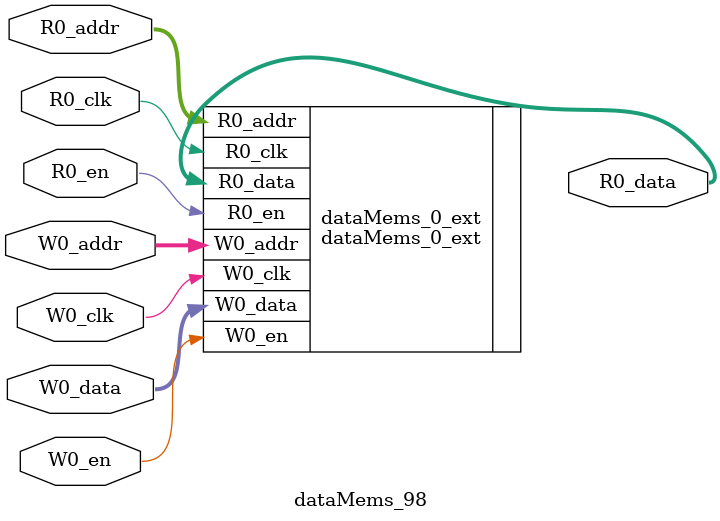
<source format=sv>
`ifndef RANDOMIZE
  `ifdef RANDOMIZE_REG_INIT
    `define RANDOMIZE
  `endif // RANDOMIZE_REG_INIT
`endif // not def RANDOMIZE
`ifndef RANDOMIZE
  `ifdef RANDOMIZE_MEM_INIT
    `define RANDOMIZE
  `endif // RANDOMIZE_MEM_INIT
`endif // not def RANDOMIZE

`ifndef RANDOM
  `define RANDOM $random
`endif // not def RANDOM

// Users can define 'PRINTF_COND' to add an extra gate to prints.
`ifndef PRINTF_COND_
  `ifdef PRINTF_COND
    `define PRINTF_COND_ (`PRINTF_COND)
  `else  // PRINTF_COND
    `define PRINTF_COND_ 1
  `endif // PRINTF_COND
`endif // not def PRINTF_COND_

// Users can define 'ASSERT_VERBOSE_COND' to add an extra gate to assert error printing.
`ifndef ASSERT_VERBOSE_COND_
  `ifdef ASSERT_VERBOSE_COND
    `define ASSERT_VERBOSE_COND_ (`ASSERT_VERBOSE_COND)
  `else  // ASSERT_VERBOSE_COND
    `define ASSERT_VERBOSE_COND_ 1
  `endif // ASSERT_VERBOSE_COND
`endif // not def ASSERT_VERBOSE_COND_

// Users can define 'STOP_COND' to add an extra gate to stop conditions.
`ifndef STOP_COND_
  `ifdef STOP_COND
    `define STOP_COND_ (`STOP_COND)
  `else  // STOP_COND
    `define STOP_COND_ 1
  `endif // STOP_COND
`endif // not def STOP_COND_

// Users can define INIT_RANDOM as general code that gets injected into the
// initializer block for modules with registers.
`ifndef INIT_RANDOM
  `define INIT_RANDOM
`endif // not def INIT_RANDOM

// If using random initialization, you can also define RANDOMIZE_DELAY to
// customize the delay used, otherwise 0.002 is used.
`ifndef RANDOMIZE_DELAY
  `define RANDOMIZE_DELAY 0.002
`endif // not def RANDOMIZE_DELAY

// Define INIT_RANDOM_PROLOG_ for use in our modules below.
`ifndef INIT_RANDOM_PROLOG_
  `ifdef RANDOMIZE
    `ifdef VERILATOR
      `define INIT_RANDOM_PROLOG_ `INIT_RANDOM
    `else  // VERILATOR
      `define INIT_RANDOM_PROLOG_ `INIT_RANDOM #`RANDOMIZE_DELAY begin end
    `endif // VERILATOR
  `else  // RANDOMIZE
    `define INIT_RANDOM_PROLOG_
  `endif // RANDOMIZE
`endif // not def INIT_RANDOM_PROLOG_

// Include register initializers in init blocks unless synthesis is set
`ifndef SYNTHESIS
  `ifndef ENABLE_INITIAL_REG_
    `define ENABLE_INITIAL_REG_
  `endif // not def ENABLE_INITIAL_REG_
`endif // not def SYNTHESIS

// Include rmemory initializers in init blocks unless synthesis is set
`ifndef SYNTHESIS
  `ifndef ENABLE_INITIAL_MEM_
    `define ENABLE_INITIAL_MEM_
  `endif // not def ENABLE_INITIAL_MEM_
`endif // not def SYNTHESIS

module dataMems_98(	// @[generators/ara/src/main/scala/UnsafeAXI4ToTL.scala:365:62]
  input  [4:0]   R0_addr,
  input          R0_en,
  input          R0_clk,
  output [130:0] R0_data,
  input  [4:0]   W0_addr,
  input          W0_en,
  input          W0_clk,
  input  [130:0] W0_data
);

  dataMems_0_ext dataMems_0_ext (	// @[generators/ara/src/main/scala/UnsafeAXI4ToTL.scala:365:62]
    .R0_addr (R0_addr),
    .R0_en   (R0_en),
    .R0_clk  (R0_clk),
    .R0_data (R0_data),
    .W0_addr (W0_addr),
    .W0_en   (W0_en),
    .W0_clk  (W0_clk),
    .W0_data (W0_data)
  );
endmodule


</source>
